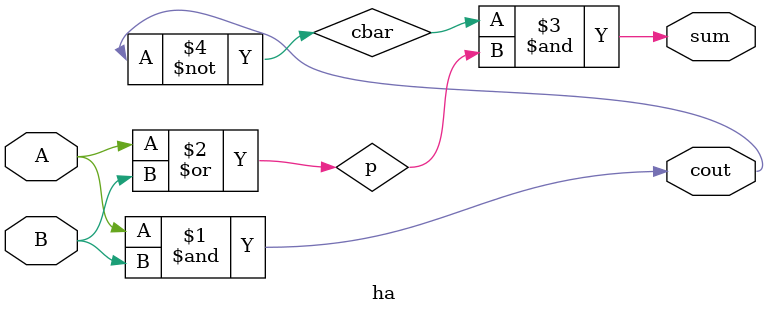
<source format=v>
module ha(cout, sum, A, B);
    
    input A, B;
     
    output cout, sum;

    and a1 (cout, A, B);
    not i1 (cbar, cout);
    or o1 (p, A, B);
    and a2 (sum, cbar, p);

endmodule
</source>
